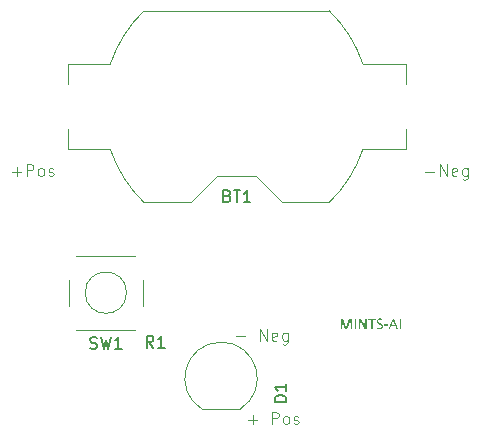
<source format=gto>
%TF.GenerationSoftware,KiCad,Pcbnew,9.0.4*%
%TF.CreationDate,2025-10-02T17:08:24-05:00*%
%TF.ProjectId,firstExcercise,66697273-7445-4786-9365-72636973652e,rev?*%
%TF.SameCoordinates,Original*%
%TF.FileFunction,Legend,Top*%
%TF.FilePolarity,Positive*%
%FSLAX46Y46*%
G04 Gerber Fmt 4.6, Leading zero omitted, Abs format (unit mm)*
G04 Created by KiCad (PCBNEW 9.0.4) date 2025-10-02 17:08:24*
%MOMM*%
%LPD*%
G01*
G04 APERTURE LIST*
%ADD10C,0.100000*%
%ADD11C,0.150000*%
%ADD12C,0.120000*%
G04 APERTURE END LIST*
D10*
X151303884Y-78491466D02*
X152065789Y-78491466D01*
X152541979Y-78872419D02*
X152541979Y-77872419D01*
X152541979Y-77872419D02*
X153113407Y-78872419D01*
X153113407Y-78872419D02*
X153113407Y-77872419D01*
X153970550Y-78824800D02*
X153875312Y-78872419D01*
X153875312Y-78872419D02*
X153684836Y-78872419D01*
X153684836Y-78872419D02*
X153589598Y-78824800D01*
X153589598Y-78824800D02*
X153541979Y-78729561D01*
X153541979Y-78729561D02*
X153541979Y-78348609D01*
X153541979Y-78348609D02*
X153589598Y-78253371D01*
X153589598Y-78253371D02*
X153684836Y-78205752D01*
X153684836Y-78205752D02*
X153875312Y-78205752D01*
X153875312Y-78205752D02*
X153970550Y-78253371D01*
X153970550Y-78253371D02*
X154018169Y-78348609D01*
X154018169Y-78348609D02*
X154018169Y-78443847D01*
X154018169Y-78443847D02*
X153541979Y-78539085D01*
X154875312Y-78205752D02*
X154875312Y-79015276D01*
X154875312Y-79015276D02*
X154827693Y-79110514D01*
X154827693Y-79110514D02*
X154780074Y-79158133D01*
X154780074Y-79158133D02*
X154684836Y-79205752D01*
X154684836Y-79205752D02*
X154541979Y-79205752D01*
X154541979Y-79205752D02*
X154446741Y-79158133D01*
X154875312Y-78824800D02*
X154780074Y-78872419D01*
X154780074Y-78872419D02*
X154589598Y-78872419D01*
X154589598Y-78872419D02*
X154494360Y-78824800D01*
X154494360Y-78824800D02*
X154446741Y-78777180D01*
X154446741Y-78777180D02*
X154399122Y-78681942D01*
X154399122Y-78681942D02*
X154399122Y-78396228D01*
X154399122Y-78396228D02*
X154446741Y-78300990D01*
X154446741Y-78300990D02*
X154494360Y-78253371D01*
X154494360Y-78253371D02*
X154589598Y-78205752D01*
X154589598Y-78205752D02*
X154780074Y-78205752D01*
X154780074Y-78205752D02*
X154875312Y-78253371D01*
X116303884Y-78491466D02*
X117065789Y-78491466D01*
X116684836Y-78872419D02*
X116684836Y-78110514D01*
X117541979Y-78872419D02*
X117541979Y-77872419D01*
X117541979Y-77872419D02*
X117922931Y-77872419D01*
X117922931Y-77872419D02*
X118018169Y-77920038D01*
X118018169Y-77920038D02*
X118065788Y-77967657D01*
X118065788Y-77967657D02*
X118113407Y-78062895D01*
X118113407Y-78062895D02*
X118113407Y-78205752D01*
X118113407Y-78205752D02*
X118065788Y-78300990D01*
X118065788Y-78300990D02*
X118018169Y-78348609D01*
X118018169Y-78348609D02*
X117922931Y-78396228D01*
X117922931Y-78396228D02*
X117541979Y-78396228D01*
X118684836Y-78872419D02*
X118589598Y-78824800D01*
X118589598Y-78824800D02*
X118541979Y-78777180D01*
X118541979Y-78777180D02*
X118494360Y-78681942D01*
X118494360Y-78681942D02*
X118494360Y-78396228D01*
X118494360Y-78396228D02*
X118541979Y-78300990D01*
X118541979Y-78300990D02*
X118589598Y-78253371D01*
X118589598Y-78253371D02*
X118684836Y-78205752D01*
X118684836Y-78205752D02*
X118827693Y-78205752D01*
X118827693Y-78205752D02*
X118922931Y-78253371D01*
X118922931Y-78253371D02*
X118970550Y-78300990D01*
X118970550Y-78300990D02*
X119018169Y-78396228D01*
X119018169Y-78396228D02*
X119018169Y-78681942D01*
X119018169Y-78681942D02*
X118970550Y-78777180D01*
X118970550Y-78777180D02*
X118922931Y-78824800D01*
X118922931Y-78824800D02*
X118827693Y-78872419D01*
X118827693Y-78872419D02*
X118684836Y-78872419D01*
X119399122Y-78824800D02*
X119494360Y-78872419D01*
X119494360Y-78872419D02*
X119684836Y-78872419D01*
X119684836Y-78872419D02*
X119780074Y-78824800D01*
X119780074Y-78824800D02*
X119827693Y-78729561D01*
X119827693Y-78729561D02*
X119827693Y-78681942D01*
X119827693Y-78681942D02*
X119780074Y-78586704D01*
X119780074Y-78586704D02*
X119684836Y-78539085D01*
X119684836Y-78539085D02*
X119541979Y-78539085D01*
X119541979Y-78539085D02*
X119446741Y-78491466D01*
X119446741Y-78491466D02*
X119399122Y-78396228D01*
X119399122Y-78396228D02*
X119399122Y-78348609D01*
X119399122Y-78348609D02*
X119446741Y-78253371D01*
X119446741Y-78253371D02*
X119541979Y-78205752D01*
X119541979Y-78205752D02*
X119684836Y-78205752D01*
X119684836Y-78205752D02*
X119780074Y-78253371D01*
X136303884Y-99491466D02*
X137065789Y-99491466D01*
X136684836Y-99872419D02*
X136684836Y-99110514D01*
X138303884Y-99872419D02*
X138303884Y-98872419D01*
X138303884Y-98872419D02*
X138684836Y-98872419D01*
X138684836Y-98872419D02*
X138780074Y-98920038D01*
X138780074Y-98920038D02*
X138827693Y-98967657D01*
X138827693Y-98967657D02*
X138875312Y-99062895D01*
X138875312Y-99062895D02*
X138875312Y-99205752D01*
X138875312Y-99205752D02*
X138827693Y-99300990D01*
X138827693Y-99300990D02*
X138780074Y-99348609D01*
X138780074Y-99348609D02*
X138684836Y-99396228D01*
X138684836Y-99396228D02*
X138303884Y-99396228D01*
X139446741Y-99872419D02*
X139351503Y-99824800D01*
X139351503Y-99824800D02*
X139303884Y-99777180D01*
X139303884Y-99777180D02*
X139256265Y-99681942D01*
X139256265Y-99681942D02*
X139256265Y-99396228D01*
X139256265Y-99396228D02*
X139303884Y-99300990D01*
X139303884Y-99300990D02*
X139351503Y-99253371D01*
X139351503Y-99253371D02*
X139446741Y-99205752D01*
X139446741Y-99205752D02*
X139589598Y-99205752D01*
X139589598Y-99205752D02*
X139684836Y-99253371D01*
X139684836Y-99253371D02*
X139732455Y-99300990D01*
X139732455Y-99300990D02*
X139780074Y-99396228D01*
X139780074Y-99396228D02*
X139780074Y-99681942D01*
X139780074Y-99681942D02*
X139732455Y-99777180D01*
X139732455Y-99777180D02*
X139684836Y-99824800D01*
X139684836Y-99824800D02*
X139589598Y-99872419D01*
X139589598Y-99872419D02*
X139446741Y-99872419D01*
X140161027Y-99824800D02*
X140256265Y-99872419D01*
X140256265Y-99872419D02*
X140446741Y-99872419D01*
X140446741Y-99872419D02*
X140541979Y-99824800D01*
X140541979Y-99824800D02*
X140589598Y-99729561D01*
X140589598Y-99729561D02*
X140589598Y-99681942D01*
X140589598Y-99681942D02*
X140541979Y-99586704D01*
X140541979Y-99586704D02*
X140446741Y-99539085D01*
X140446741Y-99539085D02*
X140303884Y-99539085D01*
X140303884Y-99539085D02*
X140208646Y-99491466D01*
X140208646Y-99491466D02*
X140161027Y-99396228D01*
X140161027Y-99396228D02*
X140161027Y-99348609D01*
X140161027Y-99348609D02*
X140208646Y-99253371D01*
X140208646Y-99253371D02*
X140303884Y-99205752D01*
X140303884Y-99205752D02*
X140446741Y-99205752D01*
X140446741Y-99205752D02*
X140541979Y-99253371D01*
X135303884Y-92424840D02*
X136065789Y-92424840D01*
X137303884Y-92805793D02*
X137303884Y-91805793D01*
X137303884Y-91805793D02*
X137875312Y-92805793D01*
X137875312Y-92805793D02*
X137875312Y-91805793D01*
X138732455Y-92758174D02*
X138637217Y-92805793D01*
X138637217Y-92805793D02*
X138446741Y-92805793D01*
X138446741Y-92805793D02*
X138351503Y-92758174D01*
X138351503Y-92758174D02*
X138303884Y-92662935D01*
X138303884Y-92662935D02*
X138303884Y-92281983D01*
X138303884Y-92281983D02*
X138351503Y-92186745D01*
X138351503Y-92186745D02*
X138446741Y-92139126D01*
X138446741Y-92139126D02*
X138637217Y-92139126D01*
X138637217Y-92139126D02*
X138732455Y-92186745D01*
X138732455Y-92186745D02*
X138780074Y-92281983D01*
X138780074Y-92281983D02*
X138780074Y-92377221D01*
X138780074Y-92377221D02*
X138303884Y-92472459D01*
X139637217Y-92139126D02*
X139637217Y-92948650D01*
X139637217Y-92948650D02*
X139589598Y-93043888D01*
X139589598Y-93043888D02*
X139541979Y-93091507D01*
X139541979Y-93091507D02*
X139446741Y-93139126D01*
X139446741Y-93139126D02*
X139303884Y-93139126D01*
X139303884Y-93139126D02*
X139208646Y-93091507D01*
X139637217Y-92758174D02*
X139541979Y-92805793D01*
X139541979Y-92805793D02*
X139351503Y-92805793D01*
X139351503Y-92805793D02*
X139256265Y-92758174D01*
X139256265Y-92758174D02*
X139208646Y-92710554D01*
X139208646Y-92710554D02*
X139161027Y-92615316D01*
X139161027Y-92615316D02*
X139161027Y-92329602D01*
X139161027Y-92329602D02*
X139208646Y-92234364D01*
X139208646Y-92234364D02*
X139256265Y-92186745D01*
X139256265Y-92186745D02*
X139351503Y-92139126D01*
X139351503Y-92139126D02*
X139541979Y-92139126D01*
X139541979Y-92139126D02*
X139637217Y-92186745D01*
G36*
X145078637Y-91812048D02*
G01*
X145075889Y-91821634D01*
X145066364Y-91828107D01*
X145048900Y-91832198D01*
X145021240Y-91833907D01*
X144994251Y-91832198D01*
X144976482Y-91828107D01*
X144967262Y-91821634D01*
X144964576Y-91812048D01*
X144964576Y-91043049D01*
X144963171Y-91043049D01*
X144648281Y-91815467D01*
X144642419Y-91823649D01*
X144631489Y-91829450D01*
X144614453Y-91832869D01*
X144590884Y-91833907D01*
X144566277Y-91832503D01*
X144549241Y-91828778D01*
X144538616Y-91822978D01*
X144533487Y-91815467D01*
X144232274Y-91043049D01*
X144231603Y-91043049D01*
X144231603Y-91812048D01*
X144228855Y-91821634D01*
X144219269Y-91828107D01*
X144201500Y-91832198D01*
X144173534Y-91833907D01*
X144146179Y-91832198D01*
X144128777Y-91828107D01*
X144119862Y-91821634D01*
X144117480Y-91812048D01*
X144117480Y-91000062D01*
X144121643Y-90974398D01*
X144132501Y-90959091D01*
X144148535Y-90949845D01*
X144166024Y-90946817D01*
X144237037Y-90946817D01*
X144275261Y-90950908D01*
X144303960Y-90963914D01*
X144324476Y-90986385D01*
X144338825Y-91018442D01*
X144594975Y-91657869D01*
X144598394Y-91657869D01*
X144864802Y-91020518D01*
X144881167Y-90985713D01*
X144900645Y-90962876D01*
X144924214Y-90950603D01*
X144954317Y-90946817D01*
X145028750Y-90946817D01*
X145048229Y-90949931D01*
X145063921Y-90959457D01*
X145074546Y-90975821D01*
X145078637Y-91000062D01*
X145078637Y-91812048D01*
G37*
G36*
X145431812Y-91812048D02*
G01*
X145429064Y-91821634D01*
X145419478Y-91828107D01*
X145401343Y-91832198D01*
X145373011Y-91833907D01*
X145345045Y-91832198D01*
X145326605Y-91828107D01*
X145317018Y-91821634D01*
X145314270Y-91812048D01*
X145314270Y-90964769D01*
X145317323Y-90955183D01*
X145327581Y-90948710D01*
X145346022Y-90944619D01*
X145373011Y-90942909D01*
X145401343Y-90944619D01*
X145419478Y-90948710D01*
X145429064Y-90955183D01*
X145431812Y-90964769D01*
X145431812Y-91812048D01*
G37*
G36*
X146335083Y-91783166D02*
G01*
X146330626Y-91806491D01*
X146318963Y-91822245D01*
X146302904Y-91831160D01*
X146285197Y-91833907D01*
X146247644Y-91833907D01*
X146216503Y-91830000D01*
X146191224Y-91815956D01*
X146167349Y-91788112D01*
X146141032Y-91743843D01*
X145862351Y-91241557D01*
X145818265Y-91160041D01*
X145776927Y-91077121D01*
X145775584Y-91077121D01*
X145777599Y-91177444D01*
X145778332Y-91279110D01*
X145778332Y-91812048D01*
X145775584Y-91821329D01*
X145766364Y-91828107D01*
X145749267Y-91832198D01*
X145722278Y-91833907D01*
X145695289Y-91832198D01*
X145678558Y-91828107D01*
X145669705Y-91821329D01*
X145666957Y-91812048D01*
X145666957Y-90997315D01*
X145671091Y-90972996D01*
X145681978Y-90958419D01*
X145697865Y-90949665D01*
X145714767Y-90946817D01*
X145770821Y-90946817D01*
X145803916Y-90950237D01*
X145827852Y-90961533D01*
X145848307Y-90983332D01*
X145869862Y-91018442D01*
X146084368Y-91406055D01*
X146122592Y-91475359D01*
X146158129Y-91541854D01*
X146191957Y-91606334D01*
X146225052Y-91670143D01*
X146225785Y-91670143D01*
X146224014Y-91557608D01*
X146223709Y-91445073D01*
X146223709Y-90964830D01*
X146226456Y-90955915D01*
X146235676Y-90948771D01*
X146252712Y-90944314D01*
X146280434Y-90942909D01*
X146306385Y-90944314D01*
X146323421Y-90948771D01*
X146332336Y-90955976D01*
X146335083Y-90964830D01*
X146335083Y-91783166D01*
G37*
G36*
X147124659Y-90997315D02*
G01*
X147123316Y-91019907D01*
X147118859Y-91035233D01*
X147111348Y-91043782D01*
X147101456Y-91046468D01*
X146852817Y-91046468D01*
X146852817Y-91812048D01*
X146850069Y-91821634D01*
X146840483Y-91828107D01*
X146822348Y-91832198D01*
X146794077Y-91833907D01*
X146766050Y-91832198D01*
X146747609Y-91828107D01*
X146738023Y-91821634D01*
X146735275Y-91812048D01*
X146735275Y-91046468D01*
X146486636Y-91046468D01*
X146476744Y-91043782D01*
X146469539Y-91035233D01*
X146465143Y-91019907D01*
X146463433Y-90997315D01*
X146465143Y-90974478D01*
X146469539Y-90958419D01*
X146476744Y-90949565D01*
X146486636Y-90946817D01*
X147101456Y-90946817D01*
X147111348Y-90949565D01*
X147118859Y-90958419D01*
X147123316Y-90974478D01*
X147124659Y-90997315D01*
G37*
G36*
X147720551Y-91580566D02*
G01*
X147714614Y-91640385D01*
X147697653Y-91691331D01*
X147670257Y-91736268D01*
X147634089Y-91773702D01*
X147590385Y-91803077D01*
X147538468Y-91824626D01*
X147482082Y-91837344D01*
X147419949Y-91841723D01*
X147376452Y-91839763D01*
X147337639Y-91834152D01*
X147269984Y-91815589D01*
X147220158Y-91792814D01*
X147192131Y-91772847D01*
X147180469Y-91751903D01*
X147176744Y-91717953D01*
X147178087Y-91692979D01*
X147182240Y-91676859D01*
X147189078Y-91668311D01*
X147198604Y-91665868D01*
X147208753Y-91668218D01*
X147225593Y-91677592D01*
X147270350Y-91703115D01*
X147336296Y-91729005D01*
X147376599Y-91737896D01*
X147425444Y-91741095D01*
X147462641Y-91738443D01*
X147495420Y-91730837D01*
X147525404Y-91718236D01*
X147550069Y-91701833D01*
X147570290Y-91680932D01*
X147585240Y-91655732D01*
X147594376Y-91627087D01*
X147597575Y-91593572D01*
X147593112Y-91558008D01*
X147580478Y-91529337D01*
X147560883Y-91504531D01*
X147535354Y-91482503D01*
X147471484Y-91445622D01*
X147398089Y-91411428D01*
X147325000Y-91372777D01*
X147291222Y-91349619D01*
X147261435Y-91322890D01*
X147236248Y-91291945D01*
X147216006Y-91255601D01*
X147203228Y-91214536D01*
X147198604Y-91162911D01*
X147203827Y-91109635D01*
X147218754Y-91064176D01*
X147242938Y-91024129D01*
X147274747Y-90991392D01*
X147313474Y-90965777D01*
X147360170Y-90946573D01*
X147410994Y-90935129D01*
X147467088Y-90931186D01*
X147526133Y-90936315D01*
X147582187Y-90949993D01*
X147628960Y-90969166D01*
X147655949Y-90986263D01*
X147664497Y-90996521D01*
X147667916Y-91006046D01*
X147669993Y-91019968D01*
X147670664Y-91041034D01*
X147669626Y-91062833D01*
X147666512Y-91078831D01*
X147660711Y-91088356D01*
X147652224Y-91091409D01*
X147628654Y-91081884D01*
X147589331Y-91060512D01*
X147534377Y-91038775D01*
X147501446Y-91031467D01*
X147462997Y-91028883D01*
X147427524Y-91031525D01*
X147398761Y-91038836D01*
X147373334Y-91050663D01*
X147353698Y-91065153D01*
X147338152Y-91083061D01*
X147327015Y-91104110D01*
X147320396Y-91127255D01*
X147318161Y-91151981D01*
X147322601Y-91186970D01*
X147335258Y-91215607D01*
X147354884Y-91240412D01*
X147380687Y-91262745D01*
X147445228Y-91300298D01*
X147518989Y-91334858D01*
X147592751Y-91373143D01*
X147627148Y-91395978D01*
X147657292Y-91422358D01*
X147682784Y-91453046D01*
X147703087Y-91489342D01*
X147715941Y-91530190D01*
X147720551Y-91580566D01*
G37*
G36*
X148146449Y-91485739D02*
G01*
X148144561Y-91510291D01*
X148140282Y-91522742D01*
X148132718Y-91530458D01*
X148122513Y-91533000D01*
X147836994Y-91533000D01*
X147826196Y-91530341D01*
X147818492Y-91522376D01*
X147814234Y-91509699D01*
X147812386Y-91485739D01*
X147814245Y-91461830D01*
X147818492Y-91449469D01*
X147826163Y-91441797D01*
X147836994Y-91439211D01*
X148122513Y-91439211D01*
X148132405Y-91441287D01*
X148139916Y-91449164D01*
X148144740Y-91463879D01*
X148146449Y-91485739D01*
G37*
G36*
X148631699Y-90943948D02*
G01*
X148654902Y-90947672D01*
X148668579Y-90955488D01*
X148676151Y-90968066D01*
X148972601Y-91788417D01*
X148978401Y-91812597D01*
X148973272Y-91826458D01*
X148955198Y-91832564D01*
X148921371Y-91833907D01*
X148887543Y-91832869D01*
X148868431Y-91829511D01*
X148858845Y-91823100D01*
X148853044Y-91812903D01*
X148777206Y-91599434D01*
X148409682Y-91599434D01*
X148337325Y-91810216D01*
X148331830Y-91820718D01*
X148321938Y-91828168D01*
X148303497Y-91832564D01*
X148272418Y-91833907D01*
X148239933Y-91832198D01*
X148222165Y-91825786D01*
X148217402Y-91811864D01*
X148223203Y-91787684D01*
X148325152Y-91505645D01*
X148439113Y-91505645D01*
X148746493Y-91505645D01*
X148592131Y-91064054D01*
X148591399Y-91064054D01*
X148439113Y-91505645D01*
X148325152Y-91505645D01*
X148519713Y-90967395D01*
X148526857Y-90955183D01*
X148539863Y-90947672D01*
X148561723Y-90943948D01*
X148595490Y-90942909D01*
X148631699Y-90943948D01*
G37*
G36*
X149238093Y-91812048D02*
G01*
X149235345Y-91821634D01*
X149225758Y-91828107D01*
X149207623Y-91832198D01*
X149179291Y-91833907D01*
X149151325Y-91832198D01*
X149132885Y-91828107D01*
X149123299Y-91821634D01*
X149120551Y-91812048D01*
X149120551Y-90964769D01*
X149123604Y-90955183D01*
X149133862Y-90948710D01*
X149152302Y-90944619D01*
X149179291Y-90942909D01*
X149207623Y-90944619D01*
X149225758Y-90948710D01*
X149235345Y-90955183D01*
X149238093Y-90964769D01*
X149238093Y-91812048D01*
G37*
D11*
X128265833Y-93404819D02*
X127932500Y-92928628D01*
X127694405Y-93404819D02*
X127694405Y-92404819D01*
X127694405Y-92404819D02*
X128075357Y-92404819D01*
X128075357Y-92404819D02*
X128170595Y-92452438D01*
X128170595Y-92452438D02*
X128218214Y-92500057D01*
X128218214Y-92500057D02*
X128265833Y-92595295D01*
X128265833Y-92595295D02*
X128265833Y-92738152D01*
X128265833Y-92738152D02*
X128218214Y-92833390D01*
X128218214Y-92833390D02*
X128170595Y-92881009D01*
X128170595Y-92881009D02*
X128075357Y-92928628D01*
X128075357Y-92928628D02*
X127694405Y-92928628D01*
X129218214Y-93404819D02*
X128646786Y-93404819D01*
X128932500Y-93404819D02*
X128932500Y-92404819D01*
X128932500Y-92404819D02*
X128837262Y-92547676D01*
X128837262Y-92547676D02*
X128742024Y-92642914D01*
X128742024Y-92642914D02*
X128646786Y-92690533D01*
X134534285Y-80551009D02*
X134677142Y-80598628D01*
X134677142Y-80598628D02*
X134724761Y-80646247D01*
X134724761Y-80646247D02*
X134772380Y-80741485D01*
X134772380Y-80741485D02*
X134772380Y-80884342D01*
X134772380Y-80884342D02*
X134724761Y-80979580D01*
X134724761Y-80979580D02*
X134677142Y-81027200D01*
X134677142Y-81027200D02*
X134581904Y-81074819D01*
X134581904Y-81074819D02*
X134200952Y-81074819D01*
X134200952Y-81074819D02*
X134200952Y-80074819D01*
X134200952Y-80074819D02*
X134534285Y-80074819D01*
X134534285Y-80074819D02*
X134629523Y-80122438D01*
X134629523Y-80122438D02*
X134677142Y-80170057D01*
X134677142Y-80170057D02*
X134724761Y-80265295D01*
X134724761Y-80265295D02*
X134724761Y-80360533D01*
X134724761Y-80360533D02*
X134677142Y-80455771D01*
X134677142Y-80455771D02*
X134629523Y-80503390D01*
X134629523Y-80503390D02*
X134534285Y-80551009D01*
X134534285Y-80551009D02*
X134200952Y-80551009D01*
X135058095Y-80074819D02*
X135629523Y-80074819D01*
X135343809Y-81074819D02*
X135343809Y-80074819D01*
X136486666Y-81074819D02*
X135915238Y-81074819D01*
X136200952Y-81074819D02*
X136200952Y-80074819D01*
X136200952Y-80074819D02*
X136105714Y-80217676D01*
X136105714Y-80217676D02*
X136010476Y-80312914D01*
X136010476Y-80312914D02*
X135915238Y-80360533D01*
X139534819Y-98008094D02*
X138534819Y-98008094D01*
X138534819Y-98008094D02*
X138534819Y-97769999D01*
X138534819Y-97769999D02*
X138582438Y-97627142D01*
X138582438Y-97627142D02*
X138677676Y-97531904D01*
X138677676Y-97531904D02*
X138772914Y-97484285D01*
X138772914Y-97484285D02*
X138963390Y-97436666D01*
X138963390Y-97436666D02*
X139106247Y-97436666D01*
X139106247Y-97436666D02*
X139296723Y-97484285D01*
X139296723Y-97484285D02*
X139391961Y-97531904D01*
X139391961Y-97531904D02*
X139487200Y-97627142D01*
X139487200Y-97627142D02*
X139534819Y-97769999D01*
X139534819Y-97769999D02*
X139534819Y-98008094D01*
X139534819Y-96484285D02*
X139534819Y-97055713D01*
X139534819Y-96769999D02*
X138534819Y-96769999D01*
X138534819Y-96769999D02*
X138677676Y-96865237D01*
X138677676Y-96865237D02*
X138772914Y-96960475D01*
X138772914Y-96960475D02*
X138820533Y-97055713D01*
X122916667Y-93457200D02*
X123059524Y-93504819D01*
X123059524Y-93504819D02*
X123297619Y-93504819D01*
X123297619Y-93504819D02*
X123392857Y-93457200D01*
X123392857Y-93457200D02*
X123440476Y-93409580D01*
X123440476Y-93409580D02*
X123488095Y-93314342D01*
X123488095Y-93314342D02*
X123488095Y-93219104D01*
X123488095Y-93219104D02*
X123440476Y-93123866D01*
X123440476Y-93123866D02*
X123392857Y-93076247D01*
X123392857Y-93076247D02*
X123297619Y-93028628D01*
X123297619Y-93028628D02*
X123107143Y-92981009D01*
X123107143Y-92981009D02*
X123011905Y-92933390D01*
X123011905Y-92933390D02*
X122964286Y-92885771D01*
X122964286Y-92885771D02*
X122916667Y-92790533D01*
X122916667Y-92790533D02*
X122916667Y-92695295D01*
X122916667Y-92695295D02*
X122964286Y-92600057D01*
X122964286Y-92600057D02*
X123011905Y-92552438D01*
X123011905Y-92552438D02*
X123107143Y-92504819D01*
X123107143Y-92504819D02*
X123345238Y-92504819D01*
X123345238Y-92504819D02*
X123488095Y-92552438D01*
X123821429Y-92504819D02*
X124059524Y-93504819D01*
X124059524Y-93504819D02*
X124250000Y-92790533D01*
X124250000Y-92790533D02*
X124440476Y-93504819D01*
X124440476Y-93504819D02*
X124678572Y-92504819D01*
X125583333Y-93504819D02*
X125011905Y-93504819D01*
X125297619Y-93504819D02*
X125297619Y-92504819D01*
X125297619Y-92504819D02*
X125202381Y-92647676D01*
X125202381Y-92647676D02*
X125107143Y-92742914D01*
X125107143Y-92742914D02*
X125011905Y-92790533D01*
D12*
%TO.C,BT1*%
X121010000Y-69390000D02*
X124628000Y-69390000D01*
X121010000Y-71100000D02*
X121010000Y-69390000D01*
X121010000Y-74900000D02*
X121010000Y-76610000D01*
X124628000Y-76610000D02*
X121010000Y-76610000D01*
X127472700Y-64890000D02*
X143167300Y-64890000D01*
X131460000Y-81110000D02*
X127472700Y-81110000D01*
X133660000Y-78910000D02*
X131460000Y-81110000D01*
X136980000Y-78910000D02*
X133660000Y-78910000D01*
X136980000Y-78910000D02*
X139180000Y-81110000D01*
X143167300Y-81110000D02*
X139180000Y-81110000D01*
X146012000Y-69390000D02*
X149630000Y-69390000D01*
X149630000Y-71100000D02*
X149630000Y-69390000D01*
X149630000Y-74900000D02*
X149630000Y-76610000D01*
X149630000Y-76610000D02*
X146012000Y-76610000D01*
X124628000Y-69390000D02*
G75*
G02*
X127474628Y-64888210I10692020J-3610010D01*
G01*
X127474629Y-81111789D02*
G75*
G02*
X124628000Y-76610000I7845366J8111785D01*
G01*
X143165371Y-64888211D02*
G75*
G02*
X146012000Y-69390000I-7845371J-8111789D01*
G01*
X146012000Y-76610000D02*
G75*
G02*
X143165371Y-81111789I-10692020J3610012D01*
G01*
D10*
%TO.C,D1*%
X132400000Y-98610000D02*
X135610000Y-98610000D01*
X132392789Y-98611718D02*
G75*
G02*
X135610000Y-98610000I1607211J2611718D01*
G01*
D12*
%TO.C,SW1*%
X126000000Y-88750000D02*
G75*
G02*
X122500000Y-88750000I-1750000J0D01*
G01*
X122500000Y-88750000D02*
G75*
G02*
X126000000Y-88750000I1750000J0D01*
G01*
X121130000Y-89850000D02*
X121130000Y-87650000D01*
X126750000Y-85630000D02*
X121750000Y-85630000D01*
X126750000Y-91870000D02*
X121750000Y-91870000D01*
X127370000Y-87650000D02*
X127370000Y-89850000D01*
%TD*%
M02*

</source>
